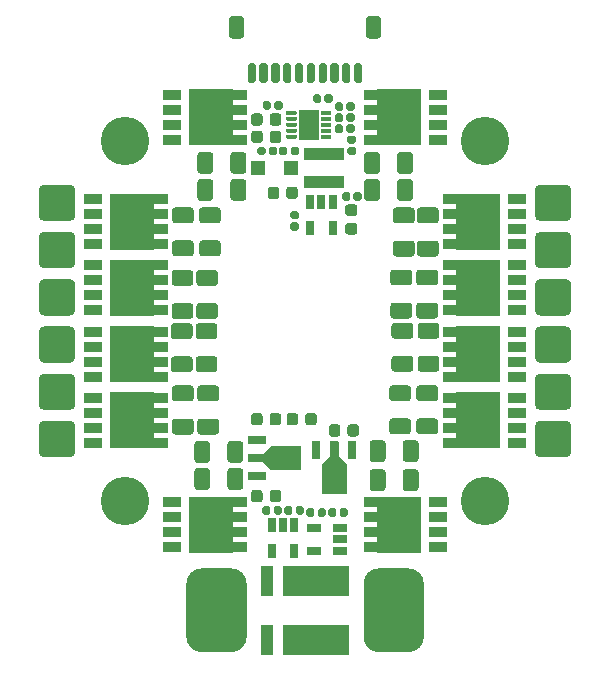
<source format=gbr>
%TF.GenerationSoftware,KiCad,Pcbnew,(5.1.6-0-10_14)*%
%TF.CreationDate,2021-04-11T14:49:43-04:00*%
%TF.ProjectId,F051_ESC-4in1-V2,46303531-5f45-4534-932d-34696e312d56,rev?*%
%TF.SameCoordinates,Original*%
%TF.FileFunction,Soldermask,Top*%
%TF.FilePolarity,Negative*%
%FSLAX46Y46*%
G04 Gerber Fmt 4.6, Leading zero omitted, Abs format (unit mm)*
G04 Created by KiCad (PCBNEW (5.1.6-0-10_14)) date 2021-04-11 14:49:43*
%MOMM*%
%LPD*%
G01*
G04 APERTURE LIST*
%ADD10C,0.100000*%
%ADD11R,1.501600X0.671600*%
%ADD12R,0.671600X1.501600*%
%ADD13R,0.991600X2.541600*%
%ADD14R,5.701600X2.541600*%
%ADD15R,3.501600X1.081600*%
%ADD16R,1.551600X0.951600*%
%ADD17R,1.151600X0.951600*%
%ADD18R,3.851600X4.801600*%
%ADD19R,1.801600X2.601600*%
%ADD20R,1.161600X0.751600*%
%ADD21R,0.751600X1.161600*%
%ADD22R,1.201600X1.201600*%
%ADD23C,4.101600*%
G04 APERTURE END LIST*
%TO.C,J2*%
G36*
G01*
X134840800Y-62964932D02*
X134840800Y-64325068D01*
G75*
G02*
X134570068Y-64595800I-270732J0D01*
G01*
X133809932Y-64595800D01*
G75*
G02*
X133539200Y-64325068I0J270732D01*
G01*
X133539200Y-62964932D01*
G75*
G02*
X133809932Y-62694200I270732J0D01*
G01*
X134570068Y-62694200D01*
G75*
G02*
X134840800Y-62964932I0J-270732D01*
G01*
G37*
G36*
G01*
X146440800Y-62964932D02*
X146440800Y-64325068D01*
G75*
G02*
X146170068Y-64595800I-270732J0D01*
G01*
X145409932Y-64595800D01*
G75*
G02*
X145139200Y-64325068I0J270732D01*
G01*
X145139200Y-62964932D01*
G75*
G02*
X145409932Y-62694200I270732J0D01*
G01*
X146170068Y-62694200D01*
G75*
G02*
X146440800Y-62964932I0J-270732D01*
G01*
G37*
G36*
G01*
X135840800Y-66869600D02*
X135840800Y-68170400D01*
G75*
G02*
X135665400Y-68345800I-175400J0D01*
G01*
X135314600Y-68345800D01*
G75*
G02*
X135139200Y-68170400I0J175400D01*
G01*
X135139200Y-66869600D01*
G75*
G02*
X135314600Y-66694200I175400J0D01*
G01*
X135665400Y-66694200D01*
G75*
G02*
X135840800Y-66869600I0J-175400D01*
G01*
G37*
G36*
G01*
X136840800Y-66869600D02*
X136840800Y-68170400D01*
G75*
G02*
X136665400Y-68345800I-175400J0D01*
G01*
X136314600Y-68345800D01*
G75*
G02*
X136139200Y-68170400I0J175400D01*
G01*
X136139200Y-66869600D01*
G75*
G02*
X136314600Y-66694200I175400J0D01*
G01*
X136665400Y-66694200D01*
G75*
G02*
X136840800Y-66869600I0J-175400D01*
G01*
G37*
G36*
G01*
X137840800Y-66869600D02*
X137840800Y-68170400D01*
G75*
G02*
X137665400Y-68345800I-175400J0D01*
G01*
X137314600Y-68345800D01*
G75*
G02*
X137139200Y-68170400I0J175400D01*
G01*
X137139200Y-66869600D01*
G75*
G02*
X137314600Y-66694200I175400J0D01*
G01*
X137665400Y-66694200D01*
G75*
G02*
X137840800Y-66869600I0J-175400D01*
G01*
G37*
G36*
G01*
X138840800Y-66869600D02*
X138840800Y-68170400D01*
G75*
G02*
X138665400Y-68345800I-175400J0D01*
G01*
X138314600Y-68345800D01*
G75*
G02*
X138139200Y-68170400I0J175400D01*
G01*
X138139200Y-66869600D01*
G75*
G02*
X138314600Y-66694200I175400J0D01*
G01*
X138665400Y-66694200D01*
G75*
G02*
X138840800Y-66869600I0J-175400D01*
G01*
G37*
G36*
G01*
X139840800Y-66869600D02*
X139840800Y-68170400D01*
G75*
G02*
X139665400Y-68345800I-175400J0D01*
G01*
X139314600Y-68345800D01*
G75*
G02*
X139139200Y-68170400I0J175400D01*
G01*
X139139200Y-66869600D01*
G75*
G02*
X139314600Y-66694200I175400J0D01*
G01*
X139665400Y-66694200D01*
G75*
G02*
X139840800Y-66869600I0J-175400D01*
G01*
G37*
G36*
G01*
X140840800Y-66869600D02*
X140840800Y-68170400D01*
G75*
G02*
X140665400Y-68345800I-175400J0D01*
G01*
X140314600Y-68345800D01*
G75*
G02*
X140139200Y-68170400I0J175400D01*
G01*
X140139200Y-66869600D01*
G75*
G02*
X140314600Y-66694200I175400J0D01*
G01*
X140665400Y-66694200D01*
G75*
G02*
X140840800Y-66869600I0J-175400D01*
G01*
G37*
G36*
G01*
X141840800Y-66869600D02*
X141840800Y-68170400D01*
G75*
G02*
X141665400Y-68345800I-175400J0D01*
G01*
X141314600Y-68345800D01*
G75*
G02*
X141139200Y-68170400I0J175400D01*
G01*
X141139200Y-66869600D01*
G75*
G02*
X141314600Y-66694200I175400J0D01*
G01*
X141665400Y-66694200D01*
G75*
G02*
X141840800Y-66869600I0J-175400D01*
G01*
G37*
G36*
G01*
X142840800Y-66869600D02*
X142840800Y-68170400D01*
G75*
G02*
X142665400Y-68345800I-175400J0D01*
G01*
X142314600Y-68345800D01*
G75*
G02*
X142139200Y-68170400I0J175400D01*
G01*
X142139200Y-66869600D01*
G75*
G02*
X142314600Y-66694200I175400J0D01*
G01*
X142665400Y-66694200D01*
G75*
G02*
X142840800Y-66869600I0J-175400D01*
G01*
G37*
G36*
G01*
X143840800Y-66869600D02*
X143840800Y-68170400D01*
G75*
G02*
X143665400Y-68345800I-175400J0D01*
G01*
X143314600Y-68345800D01*
G75*
G02*
X143139200Y-68170400I0J175400D01*
G01*
X143139200Y-66869600D01*
G75*
G02*
X143314600Y-66694200I175400J0D01*
G01*
X143665400Y-66694200D01*
G75*
G02*
X143840800Y-66869600I0J-175400D01*
G01*
G37*
G36*
G01*
X144840800Y-66869600D02*
X144840800Y-68170400D01*
G75*
G02*
X144665400Y-68345800I-175400J0D01*
G01*
X144314600Y-68345800D01*
G75*
G02*
X144139200Y-68170400I0J175400D01*
G01*
X144139200Y-66869600D01*
G75*
G02*
X144314600Y-66694200I175400J0D01*
G01*
X144665400Y-66694200D01*
G75*
G02*
X144840800Y-66869600I0J-175400D01*
G01*
G37*
%TD*%
%TO.C,J10*%
G36*
G01*
X120085560Y-80050800D02*
X117914440Y-80050800D01*
G75*
G02*
X117449200Y-79585560I0J465240D01*
G01*
X117449200Y-77414440D01*
G75*
G02*
X117914440Y-76949200I465240J0D01*
G01*
X120085560Y-76949200D01*
G75*
G02*
X120550800Y-77414440I0J-465240D01*
G01*
X120550800Y-79585560D01*
G75*
G02*
X120085560Y-80050800I-465240J0D01*
G01*
G37*
G36*
G01*
X120085560Y-84050800D02*
X117914440Y-84050800D01*
G75*
G02*
X117449200Y-83585560I0J465240D01*
G01*
X117449200Y-81414440D01*
G75*
G02*
X117914440Y-80949200I465240J0D01*
G01*
X120085560Y-80949200D01*
G75*
G02*
X120550800Y-81414440I0J-465240D01*
G01*
X120550800Y-83585560D01*
G75*
G02*
X120085560Y-84050800I-465240J0D01*
G01*
G37*
G36*
G01*
X120085560Y-88050800D02*
X117914440Y-88050800D01*
G75*
G02*
X117449200Y-87585560I0J465240D01*
G01*
X117449200Y-85414440D01*
G75*
G02*
X117914440Y-84949200I465240J0D01*
G01*
X120085560Y-84949200D01*
G75*
G02*
X120550800Y-85414440I0J-465240D01*
G01*
X120550800Y-87585560D01*
G75*
G02*
X120085560Y-88050800I-465240J0D01*
G01*
G37*
%TD*%
%TO.C,J6*%
G36*
G01*
X159914440Y-96949200D02*
X162085560Y-96949200D01*
G75*
G02*
X162550800Y-97414440I0J-465240D01*
G01*
X162550800Y-99585560D01*
G75*
G02*
X162085560Y-100050800I-465240J0D01*
G01*
X159914440Y-100050800D01*
G75*
G02*
X159449200Y-99585560I0J465240D01*
G01*
X159449200Y-97414440D01*
G75*
G02*
X159914440Y-96949200I465240J0D01*
G01*
G37*
G36*
G01*
X159914440Y-92949200D02*
X162085560Y-92949200D01*
G75*
G02*
X162550800Y-93414440I0J-465240D01*
G01*
X162550800Y-95585560D01*
G75*
G02*
X162085560Y-96050800I-465240J0D01*
G01*
X159914440Y-96050800D01*
G75*
G02*
X159449200Y-95585560I0J465240D01*
G01*
X159449200Y-93414440D01*
G75*
G02*
X159914440Y-92949200I465240J0D01*
G01*
G37*
G36*
G01*
X159914440Y-88949200D02*
X162085560Y-88949200D01*
G75*
G02*
X162550800Y-89414440I0J-465240D01*
G01*
X162550800Y-91585560D01*
G75*
G02*
X162085560Y-92050800I-465240J0D01*
G01*
X159914440Y-92050800D01*
G75*
G02*
X159449200Y-91585560I0J465240D01*
G01*
X159449200Y-89414440D01*
G75*
G02*
X159914440Y-88949200I465240J0D01*
G01*
G37*
%TD*%
D10*
%TO.C,U13*%
G36*
X139619824Y-101109911D02*
G01*
X139616933Y-101119440D01*
X139612239Y-101128223D01*
X139605921Y-101135921D01*
X139598223Y-101142239D01*
X139589440Y-101146933D01*
X139579911Y-101149824D01*
X139570000Y-101150800D01*
X137120000Y-101150800D01*
X137110089Y-101149824D01*
X137100560Y-101146933D01*
X137091777Y-101142239D01*
X137084079Y-101135921D01*
X136423958Y-100475800D01*
X135220000Y-100475800D01*
X135210089Y-100474824D01*
X135200560Y-100471933D01*
X135191777Y-100467239D01*
X135184079Y-100460921D01*
X135177761Y-100453223D01*
X135173067Y-100444440D01*
X135170176Y-100434911D01*
X135169200Y-100425000D01*
X135169200Y-99775000D01*
X135170176Y-99765089D01*
X135173067Y-99755560D01*
X135177761Y-99746777D01*
X135184079Y-99739079D01*
X135191777Y-99732761D01*
X135200560Y-99728067D01*
X135210089Y-99725176D01*
X135220000Y-99724200D01*
X136433736Y-99724200D01*
X137083812Y-99064348D01*
X137091463Y-99057973D01*
X137100210Y-99053213D01*
X137109718Y-99050251D01*
X137120000Y-99049200D01*
X139570000Y-99049200D01*
X139579911Y-99050176D01*
X139589440Y-99053067D01*
X139598223Y-99057761D01*
X139605921Y-99064079D01*
X139612239Y-99071777D01*
X139616933Y-99080560D01*
X139619824Y-99090089D01*
X139620800Y-99100000D01*
X139620800Y-101100000D01*
X139619824Y-101109911D01*
G37*
D11*
X135920000Y-101595000D03*
X135920000Y-98605000D03*
%TD*%
D10*
%TO.C,U3*%
G36*
X141450089Y-103149824D02*
G01*
X141440560Y-103146933D01*
X141431777Y-103142239D01*
X141424079Y-103135921D01*
X141417761Y-103128223D01*
X141413067Y-103119440D01*
X141410176Y-103109911D01*
X141409200Y-103100000D01*
X141409200Y-100650000D01*
X141410176Y-100640089D01*
X141413067Y-100630560D01*
X141417761Y-100621777D01*
X141424079Y-100614079D01*
X142084200Y-99953958D01*
X142084200Y-98750000D01*
X142085176Y-98740089D01*
X142088067Y-98730560D01*
X142092761Y-98721777D01*
X142099079Y-98714079D01*
X142106777Y-98707761D01*
X142115560Y-98703067D01*
X142125089Y-98700176D01*
X142135000Y-98699200D01*
X142785000Y-98699200D01*
X142794911Y-98700176D01*
X142804440Y-98703067D01*
X142813223Y-98707761D01*
X142820921Y-98714079D01*
X142827239Y-98721777D01*
X142831933Y-98730560D01*
X142834824Y-98740089D01*
X142835800Y-98750000D01*
X142835800Y-99963736D01*
X143495652Y-100613812D01*
X143502027Y-100621463D01*
X143506787Y-100630210D01*
X143509749Y-100639718D01*
X143510800Y-100650000D01*
X143510800Y-103100000D01*
X143509824Y-103109911D01*
X143506933Y-103119440D01*
X143502239Y-103128223D01*
X143495921Y-103135921D01*
X143488223Y-103142239D01*
X143479440Y-103146933D01*
X143469911Y-103149824D01*
X143460000Y-103150800D01*
X141460000Y-103150800D01*
X141450089Y-103149824D01*
G37*
D12*
X140965000Y-99450000D03*
X143955000Y-99450000D03*
%TD*%
D13*
%TO.C,R1*%
X136750000Y-110520000D03*
X136750000Y-115480000D03*
D14*
X140890000Y-110520000D03*
X140890000Y-115480000D03*
%TD*%
D15*
%TO.C,L1*%
X141580000Y-76725000D03*
X141580000Y-74355000D03*
%TD*%
%TO.C,C55*%
G36*
G01*
X132225800Y-74464520D02*
X132225800Y-75775480D01*
G75*
G02*
X131955480Y-76045800I-270320J0D01*
G01*
X131144520Y-76045800D01*
G75*
G02*
X130874200Y-75775480I0J270320D01*
G01*
X130874200Y-74464520D01*
G75*
G02*
X131144520Y-74194200I270320J0D01*
G01*
X131955480Y-74194200D01*
G75*
G02*
X132225800Y-74464520I0J-270320D01*
G01*
G37*
G36*
G01*
X135025800Y-74464520D02*
X135025800Y-75775480D01*
G75*
G02*
X134755480Y-76045800I-270320J0D01*
G01*
X133944520Y-76045800D01*
G75*
G02*
X133674200Y-75775480I0J270320D01*
G01*
X133674200Y-74464520D01*
G75*
G02*
X133944520Y-74194200I270320J0D01*
G01*
X134755480Y-74194200D01*
G75*
G02*
X135025800Y-74464520I0J-270320D01*
G01*
G37*
%TD*%
%TO.C,C67*%
G36*
G01*
X128994520Y-96764200D02*
X130305480Y-96764200D01*
G75*
G02*
X130575800Y-97034520I0J-270320D01*
G01*
X130575800Y-97845480D01*
G75*
G02*
X130305480Y-98115800I-270320J0D01*
G01*
X128994520Y-98115800D01*
G75*
G02*
X128724200Y-97845480I0J270320D01*
G01*
X128724200Y-97034520D01*
G75*
G02*
X128994520Y-96764200I270320J0D01*
G01*
G37*
G36*
G01*
X128994520Y-93964200D02*
X130305480Y-93964200D01*
G75*
G02*
X130575800Y-94234520I0J-270320D01*
G01*
X130575800Y-95045480D01*
G75*
G02*
X130305480Y-95315800I-270320J0D01*
G01*
X128994520Y-95315800D01*
G75*
G02*
X128724200Y-95045480I0J270320D01*
G01*
X128724200Y-94234520D01*
G75*
G02*
X128994520Y-93964200I270320J0D01*
G01*
G37*
%TD*%
%TO.C,C66*%
G36*
G01*
X147494520Y-86944200D02*
X148805480Y-86944200D01*
G75*
G02*
X149075800Y-87214520I0J-270320D01*
G01*
X149075800Y-88025480D01*
G75*
G02*
X148805480Y-88295800I-270320J0D01*
G01*
X147494520Y-88295800D01*
G75*
G02*
X147224200Y-88025480I0J270320D01*
G01*
X147224200Y-87214520D01*
G75*
G02*
X147494520Y-86944200I270320J0D01*
G01*
G37*
G36*
G01*
X147494520Y-84144200D02*
X148805480Y-84144200D01*
G75*
G02*
X149075800Y-84414520I0J-270320D01*
G01*
X149075800Y-85225480D01*
G75*
G02*
X148805480Y-85495800I-270320J0D01*
G01*
X147494520Y-85495800D01*
G75*
G02*
X147224200Y-85225480I0J270320D01*
G01*
X147224200Y-84414520D01*
G75*
G02*
X147494520Y-84144200I270320J0D01*
G01*
G37*
%TD*%
%TO.C,C65*%
G36*
G01*
X149005480Y-80245800D02*
X147694520Y-80245800D01*
G75*
G02*
X147424200Y-79975480I0J270320D01*
G01*
X147424200Y-79164520D01*
G75*
G02*
X147694520Y-78894200I270320J0D01*
G01*
X149005480Y-78894200D01*
G75*
G02*
X149275800Y-79164520I0J-270320D01*
G01*
X149275800Y-79975480D01*
G75*
G02*
X149005480Y-80245800I-270320J0D01*
G01*
G37*
G36*
G01*
X149005480Y-83045800D02*
X147694520Y-83045800D01*
G75*
G02*
X147424200Y-82775480I0J270320D01*
G01*
X147424200Y-81964520D01*
G75*
G02*
X147694520Y-81694200I270320J0D01*
G01*
X149005480Y-81694200D01*
G75*
G02*
X149275800Y-81964520I0J-270320D01*
G01*
X149275800Y-82775480D01*
G75*
G02*
X149005480Y-83045800I-270320J0D01*
G01*
G37*
%TD*%
%TO.C,C64*%
G36*
G01*
X131134520Y-96764200D02*
X132445480Y-96764200D01*
G75*
G02*
X132715800Y-97034520I0J-270320D01*
G01*
X132715800Y-97845480D01*
G75*
G02*
X132445480Y-98115800I-270320J0D01*
G01*
X131134520Y-98115800D01*
G75*
G02*
X130864200Y-97845480I0J270320D01*
G01*
X130864200Y-97034520D01*
G75*
G02*
X131134520Y-96764200I270320J0D01*
G01*
G37*
G36*
G01*
X131134520Y-93964200D02*
X132445480Y-93964200D01*
G75*
G02*
X132715800Y-94234520I0J-270320D01*
G01*
X132715800Y-95045480D01*
G75*
G02*
X132445480Y-95315800I-270320J0D01*
G01*
X131134520Y-95315800D01*
G75*
G02*
X130864200Y-95045480I0J270320D01*
G01*
X130864200Y-94234520D01*
G75*
G02*
X131134520Y-93964200I270320J0D01*
G01*
G37*
%TD*%
%TO.C,C63*%
G36*
G01*
X132305480Y-90045800D02*
X130994520Y-90045800D01*
G75*
G02*
X130724200Y-89775480I0J270320D01*
G01*
X130724200Y-88964520D01*
G75*
G02*
X130994520Y-88694200I270320J0D01*
G01*
X132305480Y-88694200D01*
G75*
G02*
X132575800Y-88964520I0J-270320D01*
G01*
X132575800Y-89775480D01*
G75*
G02*
X132305480Y-90045800I-270320J0D01*
G01*
G37*
G36*
G01*
X132305480Y-92845800D02*
X130994520Y-92845800D01*
G75*
G02*
X130724200Y-92575480I0J270320D01*
G01*
X130724200Y-91764520D01*
G75*
G02*
X130994520Y-91494200I270320J0D01*
G01*
X132305480Y-91494200D01*
G75*
G02*
X132575800Y-91764520I0J-270320D01*
G01*
X132575800Y-92575480D01*
G75*
G02*
X132305480Y-92845800I-270320J0D01*
G01*
G37*
%TD*%
%TO.C,C62*%
G36*
G01*
X149684520Y-96744200D02*
X150995480Y-96744200D01*
G75*
G02*
X151265800Y-97014520I0J-270320D01*
G01*
X151265800Y-97825480D01*
G75*
G02*
X150995480Y-98095800I-270320J0D01*
G01*
X149684520Y-98095800D01*
G75*
G02*
X149414200Y-97825480I0J270320D01*
G01*
X149414200Y-97014520D01*
G75*
G02*
X149684520Y-96744200I270320J0D01*
G01*
G37*
G36*
G01*
X149684520Y-93944200D02*
X150995480Y-93944200D01*
G75*
G02*
X151265800Y-94214520I0J-270320D01*
G01*
X151265800Y-95025480D01*
G75*
G02*
X150995480Y-95295800I-270320J0D01*
G01*
X149684520Y-95295800D01*
G75*
G02*
X149414200Y-95025480I0J270320D01*
G01*
X149414200Y-94214520D01*
G75*
G02*
X149684520Y-93944200I270320J0D01*
G01*
G37*
%TD*%
%TO.C,C61*%
G36*
G01*
X131965800Y-101224520D02*
X131965800Y-102535480D01*
G75*
G02*
X131695480Y-102805800I-270320J0D01*
G01*
X130884520Y-102805800D01*
G75*
G02*
X130614200Y-102535480I0J270320D01*
G01*
X130614200Y-101224520D01*
G75*
G02*
X130884520Y-100954200I270320J0D01*
G01*
X131695480Y-100954200D01*
G75*
G02*
X131965800Y-101224520I0J-270320D01*
G01*
G37*
G36*
G01*
X134765800Y-101224520D02*
X134765800Y-102535480D01*
G75*
G02*
X134495480Y-102805800I-270320J0D01*
G01*
X133684520Y-102805800D01*
G75*
G02*
X133414200Y-102535480I0J270320D01*
G01*
X133414200Y-101224520D01*
G75*
G02*
X133684520Y-100954200I270320J0D01*
G01*
X134495480Y-100954200D01*
G75*
G02*
X134765800Y-101224520I0J-270320D01*
G01*
G37*
%TD*%
%TO.C,C60*%
G36*
G01*
X148264200Y-102635480D02*
X148264200Y-101324520D01*
G75*
G02*
X148534520Y-101054200I270320J0D01*
G01*
X149345480Y-101054200D01*
G75*
G02*
X149615800Y-101324520I0J-270320D01*
G01*
X149615800Y-102635480D01*
G75*
G02*
X149345480Y-102905800I-270320J0D01*
G01*
X148534520Y-102905800D01*
G75*
G02*
X148264200Y-102635480I0J270320D01*
G01*
G37*
G36*
G01*
X145464200Y-102635480D02*
X145464200Y-101324520D01*
G75*
G02*
X145734520Y-101054200I270320J0D01*
G01*
X146545480Y-101054200D01*
G75*
G02*
X146815800Y-101324520I0J-270320D01*
G01*
X146815800Y-102635480D01*
G75*
G02*
X146545480Y-102905800I-270320J0D01*
G01*
X145734520Y-102905800D01*
G75*
G02*
X145464200Y-102635480I0J270320D01*
G01*
G37*
%TD*%
%TO.C,C59*%
G36*
G01*
X132605480Y-80235800D02*
X131294520Y-80235800D01*
G75*
G02*
X131024200Y-79965480I0J270320D01*
G01*
X131024200Y-79154520D01*
G75*
G02*
X131294520Y-78884200I270320J0D01*
G01*
X132605480Y-78884200D01*
G75*
G02*
X132875800Y-79154520I0J-270320D01*
G01*
X132875800Y-79965480D01*
G75*
G02*
X132605480Y-80235800I-270320J0D01*
G01*
G37*
G36*
G01*
X132605480Y-83035800D02*
X131294520Y-83035800D01*
G75*
G02*
X131024200Y-82765480I0J270320D01*
G01*
X131024200Y-81954520D01*
G75*
G02*
X131294520Y-81684200I270320J0D01*
G01*
X132605480Y-81684200D01*
G75*
G02*
X132875800Y-81954520I0J-270320D01*
G01*
X132875800Y-82765480D01*
G75*
G02*
X132605480Y-83035800I-270320J0D01*
G01*
G37*
%TD*%
%TO.C,C58*%
G36*
G01*
X148264200Y-100175480D02*
X148264200Y-98864520D01*
G75*
G02*
X148534520Y-98594200I270320J0D01*
G01*
X149345480Y-98594200D01*
G75*
G02*
X149615800Y-98864520I0J-270320D01*
G01*
X149615800Y-100175480D01*
G75*
G02*
X149345480Y-100445800I-270320J0D01*
G01*
X148534520Y-100445800D01*
G75*
G02*
X148264200Y-100175480I0J270320D01*
G01*
G37*
G36*
G01*
X145464200Y-100175480D02*
X145464200Y-98864520D01*
G75*
G02*
X145734520Y-98594200I270320J0D01*
G01*
X146545480Y-98594200D01*
G75*
G02*
X146815800Y-98864520I0J-270320D01*
G01*
X146815800Y-100175480D01*
G75*
G02*
X146545480Y-100445800I-270320J0D01*
G01*
X145734520Y-100445800D01*
G75*
G02*
X145464200Y-100175480I0J270320D01*
G01*
G37*
%TD*%
%TO.C,C57*%
G36*
G01*
X130315480Y-80235800D02*
X129004520Y-80235800D01*
G75*
G02*
X128734200Y-79965480I0J270320D01*
G01*
X128734200Y-79154520D01*
G75*
G02*
X129004520Y-78884200I270320J0D01*
G01*
X130315480Y-78884200D01*
G75*
G02*
X130585800Y-79154520I0J-270320D01*
G01*
X130585800Y-79965480D01*
G75*
G02*
X130315480Y-80235800I-270320J0D01*
G01*
G37*
G36*
G01*
X130315480Y-83035800D02*
X129004520Y-83035800D01*
G75*
G02*
X128734200Y-82765480I0J270320D01*
G01*
X128734200Y-81954520D01*
G75*
G02*
X129004520Y-81684200I270320J0D01*
G01*
X130315480Y-81684200D01*
G75*
G02*
X130585800Y-81954520I0J-270320D01*
G01*
X130585800Y-82765480D01*
G75*
G02*
X130315480Y-83035800I-270320J0D01*
G01*
G37*
%TD*%
%TO.C,C56*%
G36*
G01*
X130215480Y-90045800D02*
X128904520Y-90045800D01*
G75*
G02*
X128634200Y-89775480I0J270320D01*
G01*
X128634200Y-88964520D01*
G75*
G02*
X128904520Y-88694200I270320J0D01*
G01*
X130215480Y-88694200D01*
G75*
G02*
X130485800Y-88964520I0J-270320D01*
G01*
X130485800Y-89775480D01*
G75*
G02*
X130215480Y-90045800I-270320J0D01*
G01*
G37*
G36*
G01*
X130215480Y-92845800D02*
X128904520Y-92845800D01*
G75*
G02*
X128634200Y-92575480I0J270320D01*
G01*
X128634200Y-91764520D01*
G75*
G02*
X128904520Y-91494200I270320J0D01*
G01*
X130215480Y-91494200D01*
G75*
G02*
X130485800Y-91764520I0J-270320D01*
G01*
X130485800Y-92575480D01*
G75*
G02*
X130215480Y-92845800I-270320J0D01*
G01*
G37*
%TD*%
%TO.C,C54*%
G36*
G01*
X128964520Y-86984200D02*
X130275480Y-86984200D01*
G75*
G02*
X130545800Y-87254520I0J-270320D01*
G01*
X130545800Y-88065480D01*
G75*
G02*
X130275480Y-88335800I-270320J0D01*
G01*
X128964520Y-88335800D01*
G75*
G02*
X128694200Y-88065480I0J270320D01*
G01*
X128694200Y-87254520D01*
G75*
G02*
X128964520Y-86984200I270320J0D01*
G01*
G37*
G36*
G01*
X128964520Y-84184200D02*
X130275480Y-84184200D01*
G75*
G02*
X130545800Y-84454520I0J-270320D01*
G01*
X130545800Y-85265480D01*
G75*
G02*
X130275480Y-85535800I-270320J0D01*
G01*
X128964520Y-85535800D01*
G75*
G02*
X128694200Y-85265480I0J270320D01*
G01*
X128694200Y-84454520D01*
G75*
G02*
X128964520Y-84184200I270320J0D01*
G01*
G37*
%TD*%
%TO.C,C53*%
G36*
G01*
X131965800Y-98934520D02*
X131965800Y-100245480D01*
G75*
G02*
X131695480Y-100515800I-270320J0D01*
G01*
X130884520Y-100515800D01*
G75*
G02*
X130614200Y-100245480I0J270320D01*
G01*
X130614200Y-98934520D01*
G75*
G02*
X130884520Y-98664200I270320J0D01*
G01*
X131695480Y-98664200D01*
G75*
G02*
X131965800Y-98934520I0J-270320D01*
G01*
G37*
G36*
G01*
X134765800Y-98934520D02*
X134765800Y-100245480D01*
G75*
G02*
X134495480Y-100515800I-270320J0D01*
G01*
X133684520Y-100515800D01*
G75*
G02*
X133414200Y-100245480I0J270320D01*
G01*
X133414200Y-98934520D01*
G75*
G02*
X133684520Y-98664200I270320J0D01*
G01*
X134495480Y-98664200D01*
G75*
G02*
X134765800Y-98934520I0J-270320D01*
G01*
G37*
%TD*%
%TO.C,C52*%
G36*
G01*
X132225800Y-76754520D02*
X132225800Y-78065480D01*
G75*
G02*
X131955480Y-78335800I-270320J0D01*
G01*
X131144520Y-78335800D01*
G75*
G02*
X130874200Y-78065480I0J270320D01*
G01*
X130874200Y-76754520D01*
G75*
G02*
X131144520Y-76484200I270320J0D01*
G01*
X131955480Y-76484200D01*
G75*
G02*
X132225800Y-76754520I0J-270320D01*
G01*
G37*
G36*
G01*
X135025800Y-76754520D02*
X135025800Y-78065480D01*
G75*
G02*
X134755480Y-78335800I-270320J0D01*
G01*
X133944520Y-78335800D01*
G75*
G02*
X133674200Y-78065480I0J270320D01*
G01*
X133674200Y-76754520D01*
G75*
G02*
X133944520Y-76484200I270320J0D01*
G01*
X134755480Y-76484200D01*
G75*
G02*
X135025800Y-76754520I0J-270320D01*
G01*
G37*
%TD*%
%TO.C,C51*%
G36*
G01*
X147394520Y-96744200D02*
X148705480Y-96744200D01*
G75*
G02*
X148975800Y-97014520I0J-270320D01*
G01*
X148975800Y-97825480D01*
G75*
G02*
X148705480Y-98095800I-270320J0D01*
G01*
X147394520Y-98095800D01*
G75*
G02*
X147124200Y-97825480I0J270320D01*
G01*
X147124200Y-97014520D01*
G75*
G02*
X147394520Y-96744200I270320J0D01*
G01*
G37*
G36*
G01*
X147394520Y-93944200D02*
X148705480Y-93944200D01*
G75*
G02*
X148975800Y-94214520I0J-270320D01*
G01*
X148975800Y-95025480D01*
G75*
G02*
X148705480Y-95295800I-270320J0D01*
G01*
X147394520Y-95295800D01*
G75*
G02*
X147124200Y-95025480I0J270320D01*
G01*
X147124200Y-94214520D01*
G75*
G02*
X147394520Y-93944200I270320J0D01*
G01*
G37*
%TD*%
%TO.C,C50*%
G36*
G01*
X131054520Y-86984200D02*
X132365480Y-86984200D01*
G75*
G02*
X132635800Y-87254520I0J-270320D01*
G01*
X132635800Y-88065480D01*
G75*
G02*
X132365480Y-88335800I-270320J0D01*
G01*
X131054520Y-88335800D01*
G75*
G02*
X130784200Y-88065480I0J270320D01*
G01*
X130784200Y-87254520D01*
G75*
G02*
X131054520Y-86984200I270320J0D01*
G01*
G37*
G36*
G01*
X131054520Y-84184200D02*
X132365480Y-84184200D01*
G75*
G02*
X132635800Y-84454520I0J-270320D01*
G01*
X132635800Y-85265480D01*
G75*
G02*
X132365480Y-85535800I-270320J0D01*
G01*
X131054520Y-85535800D01*
G75*
G02*
X130784200Y-85265480I0J270320D01*
G01*
X130784200Y-84454520D01*
G75*
G02*
X131054520Y-84184200I270320J0D01*
G01*
G37*
%TD*%
%TO.C,C21*%
G36*
G01*
X149684520Y-86944200D02*
X150995480Y-86944200D01*
G75*
G02*
X151265800Y-87214520I0J-270320D01*
G01*
X151265800Y-88025480D01*
G75*
G02*
X150995480Y-88295800I-270320J0D01*
G01*
X149684520Y-88295800D01*
G75*
G02*
X149414200Y-88025480I0J270320D01*
G01*
X149414200Y-87214520D01*
G75*
G02*
X149684520Y-86944200I270320J0D01*
G01*
G37*
G36*
G01*
X149684520Y-84144200D02*
X150995480Y-84144200D01*
G75*
G02*
X151265800Y-84414520I0J-270320D01*
G01*
X151265800Y-85225480D01*
G75*
G02*
X150995480Y-85495800I-270320J0D01*
G01*
X149684520Y-85495800D01*
G75*
G02*
X149414200Y-85225480I0J270320D01*
G01*
X149414200Y-84414520D01*
G75*
G02*
X149684520Y-84144200I270320J0D01*
G01*
G37*
%TD*%
%TO.C,C20*%
G36*
G01*
X147784200Y-78065480D02*
X147784200Y-76754520D01*
G75*
G02*
X148054520Y-76484200I270320J0D01*
G01*
X148865480Y-76484200D01*
G75*
G02*
X149135800Y-76754520I0J-270320D01*
G01*
X149135800Y-78065480D01*
G75*
G02*
X148865480Y-78335800I-270320J0D01*
G01*
X148054520Y-78335800D01*
G75*
G02*
X147784200Y-78065480I0J270320D01*
G01*
G37*
G36*
G01*
X144984200Y-78065480D02*
X144984200Y-76754520D01*
G75*
G02*
X145254520Y-76484200I270320J0D01*
G01*
X146065480Y-76484200D01*
G75*
G02*
X146335800Y-76754520I0J-270320D01*
G01*
X146335800Y-78065480D01*
G75*
G02*
X146065480Y-78335800I-270320J0D01*
G01*
X145254520Y-78335800D01*
G75*
G02*
X144984200Y-78065480I0J270320D01*
G01*
G37*
%TD*%
%TO.C,C19*%
G36*
G01*
X151105480Y-90005800D02*
X149794520Y-90005800D01*
G75*
G02*
X149524200Y-89735480I0J270320D01*
G01*
X149524200Y-88924520D01*
G75*
G02*
X149794520Y-88654200I270320J0D01*
G01*
X151105480Y-88654200D01*
G75*
G02*
X151375800Y-88924520I0J-270320D01*
G01*
X151375800Y-89735480D01*
G75*
G02*
X151105480Y-90005800I-270320J0D01*
G01*
G37*
G36*
G01*
X151105480Y-92805800D02*
X149794520Y-92805800D01*
G75*
G02*
X149524200Y-92535480I0J270320D01*
G01*
X149524200Y-91724520D01*
G75*
G02*
X149794520Y-91454200I270320J0D01*
G01*
X151105480Y-91454200D01*
G75*
G02*
X151375800Y-91724520I0J-270320D01*
G01*
X151375800Y-92535480D01*
G75*
G02*
X151105480Y-92805800I-270320J0D01*
G01*
G37*
%TD*%
%TO.C,C18*%
G36*
G01*
X151045480Y-80245800D02*
X149734520Y-80245800D01*
G75*
G02*
X149464200Y-79975480I0J270320D01*
G01*
X149464200Y-79164520D01*
G75*
G02*
X149734520Y-78894200I270320J0D01*
G01*
X151045480Y-78894200D01*
G75*
G02*
X151315800Y-79164520I0J-270320D01*
G01*
X151315800Y-79975480D01*
G75*
G02*
X151045480Y-80245800I-270320J0D01*
G01*
G37*
G36*
G01*
X151045480Y-83045800D02*
X149734520Y-83045800D01*
G75*
G02*
X149464200Y-82775480I0J270320D01*
G01*
X149464200Y-81964520D01*
G75*
G02*
X149734520Y-81694200I270320J0D01*
G01*
X151045480Y-81694200D01*
G75*
G02*
X151315800Y-81964520I0J-270320D01*
G01*
X151315800Y-82775480D01*
G75*
G02*
X151045480Y-83045800I-270320J0D01*
G01*
G37*
%TD*%
%TO.C,C17*%
G36*
G01*
X147784200Y-75775480D02*
X147784200Y-74464520D01*
G75*
G02*
X148054520Y-74194200I270320J0D01*
G01*
X148865480Y-74194200D01*
G75*
G02*
X149135800Y-74464520I0J-270320D01*
G01*
X149135800Y-75775480D01*
G75*
G02*
X148865480Y-76045800I-270320J0D01*
G01*
X148054520Y-76045800D01*
G75*
G02*
X147784200Y-75775480I0J270320D01*
G01*
G37*
G36*
G01*
X144984200Y-75775480D02*
X144984200Y-74464520D01*
G75*
G02*
X145254520Y-74194200I270320J0D01*
G01*
X146065480Y-74194200D01*
G75*
G02*
X146335800Y-74464520I0J-270320D01*
G01*
X146335800Y-75775480D01*
G75*
G02*
X146065480Y-76045800I-270320J0D01*
G01*
X145254520Y-76045800D01*
G75*
G02*
X144984200Y-75775480I0J270320D01*
G01*
G37*
%TD*%
%TO.C,C16*%
G36*
G01*
X148895480Y-90005800D02*
X147584520Y-90005800D01*
G75*
G02*
X147314200Y-89735480I0J270320D01*
G01*
X147314200Y-88924520D01*
G75*
G02*
X147584520Y-88654200I270320J0D01*
G01*
X148895480Y-88654200D01*
G75*
G02*
X149165800Y-88924520I0J-270320D01*
G01*
X149165800Y-89735480D01*
G75*
G02*
X148895480Y-90005800I-270320J0D01*
G01*
G37*
G36*
G01*
X148895480Y-92805800D02*
X147584520Y-92805800D01*
G75*
G02*
X147314200Y-92535480I0J270320D01*
G01*
X147314200Y-91724520D01*
G75*
G02*
X147584520Y-91454200I270320J0D01*
G01*
X148895480Y-91454200D01*
G75*
G02*
X149165800Y-91724520I0J-270320D01*
G01*
X149165800Y-92535480D01*
G75*
G02*
X148895480Y-92805800I-270320J0D01*
G01*
G37*
%TD*%
D16*
%TO.C,Q23*%
X122060000Y-83790000D03*
X122060000Y-85060000D03*
X122060000Y-86330000D03*
X122060000Y-87600000D03*
D17*
X127760000Y-87600000D03*
X127760000Y-86330000D03*
X127760000Y-85060000D03*
X127760000Y-83790000D03*
D18*
X125360000Y-85695000D03*
%TD*%
D16*
%TO.C,Q21*%
X122060000Y-78205000D03*
X122060000Y-79475000D03*
X122060000Y-80745000D03*
X122060000Y-82015000D03*
D17*
X127760000Y-82015000D03*
X127760000Y-80745000D03*
X127760000Y-79475000D03*
X127760000Y-78205000D03*
D18*
X125360000Y-80110000D03*
%TD*%
D16*
%TO.C,Q19*%
X128750000Y-69345000D03*
X128750000Y-70615000D03*
X128750000Y-71885000D03*
X128750000Y-73155000D03*
D17*
X134450000Y-73155000D03*
X134450000Y-71885000D03*
X134450000Y-70615000D03*
X134450000Y-69345000D03*
D18*
X132050000Y-71250000D03*
%TD*%
D16*
%TO.C,Q5*%
X157940000Y-93205000D03*
X157940000Y-91935000D03*
X157940000Y-90665000D03*
X157940000Y-89395000D03*
D17*
X152240000Y-89395000D03*
X152240000Y-90665000D03*
X152240000Y-91935000D03*
X152240000Y-93205000D03*
D18*
X154640000Y-91300000D03*
%TD*%
D16*
%TO.C,Q3*%
X157940000Y-98795000D03*
X157940000Y-97525000D03*
X157940000Y-96255000D03*
X157940000Y-94985000D03*
D17*
X152240000Y-94985000D03*
X152240000Y-96255000D03*
X152240000Y-97525000D03*
X152240000Y-98795000D03*
D18*
X154640000Y-96890000D03*
%TD*%
D16*
%TO.C,Q1*%
X151250000Y-107655000D03*
X151250000Y-106385000D03*
X151250000Y-105115000D03*
X151250000Y-103845000D03*
D17*
X145550000Y-103845000D03*
X145550000Y-105115000D03*
X145550000Y-106385000D03*
X145550000Y-107655000D03*
D18*
X147950000Y-105750000D03*
%TD*%
D16*
%TO.C,Q11*%
X151250000Y-73155000D03*
X151250000Y-71885000D03*
X151250000Y-70615000D03*
X151250000Y-69345000D03*
D17*
X145550000Y-69345000D03*
X145550000Y-70615000D03*
X145550000Y-71885000D03*
X145550000Y-73155000D03*
D18*
X147950000Y-71250000D03*
%TD*%
D16*
%TO.C,Q9*%
X157940000Y-82015000D03*
X157940000Y-80745000D03*
X157940000Y-79475000D03*
X157940000Y-78205000D03*
D17*
X152240000Y-78205000D03*
X152240000Y-79475000D03*
X152240000Y-80745000D03*
X152240000Y-82015000D03*
D18*
X154640000Y-80110000D03*
%TD*%
D16*
%TO.C,Q7*%
X157940000Y-87605000D03*
X157940000Y-86335000D03*
X157940000Y-85065000D03*
X157940000Y-83795000D03*
D17*
X152240000Y-83795000D03*
X152240000Y-85065000D03*
X152240000Y-86335000D03*
X152240000Y-87605000D03*
D18*
X154640000Y-85700000D03*
%TD*%
D16*
%TO.C,Q17*%
X128750000Y-103845000D03*
X128750000Y-105115000D03*
X128750000Y-106385000D03*
X128750000Y-107655000D03*
D17*
X134450000Y-107655000D03*
X134450000Y-106385000D03*
X134450000Y-105115000D03*
X134450000Y-103845000D03*
D18*
X132050000Y-105750000D03*
%TD*%
D16*
%TO.C,Q15*%
X122060000Y-94985000D03*
X122060000Y-96255000D03*
X122060000Y-97525000D03*
X122060000Y-98795000D03*
D17*
X127760000Y-98795000D03*
X127760000Y-97525000D03*
X127760000Y-96255000D03*
X127760000Y-94985000D03*
D18*
X125360000Y-96890000D03*
%TD*%
D16*
%TO.C,Q13*%
X122060000Y-89395000D03*
X122060000Y-90665000D03*
X122060000Y-91935000D03*
X122060000Y-93205000D03*
D17*
X127760000Y-93205000D03*
X127760000Y-91935000D03*
X127760000Y-90665000D03*
X127760000Y-89395000D03*
D18*
X125360000Y-91300000D03*
%TD*%
%TO.C,C73*%
G36*
G01*
X136413300Y-72628350D02*
X136413300Y-73191650D01*
G75*
G02*
X136169150Y-73435800I-244150J0D01*
G01*
X135680850Y-73435800D01*
G75*
G02*
X135436700Y-73191650I0J244150D01*
G01*
X135436700Y-72628350D01*
G75*
G02*
X135680850Y-72384200I244150J0D01*
G01*
X136169150Y-72384200D01*
G75*
G02*
X136413300Y-72628350I0J-244150D01*
G01*
G37*
G36*
G01*
X137988300Y-72628350D02*
X137988300Y-73191650D01*
G75*
G02*
X137744150Y-73435800I-244150J0D01*
G01*
X137255850Y-73435800D01*
G75*
G02*
X137011700Y-73191650I0J244150D01*
G01*
X137011700Y-72628350D01*
G75*
G02*
X137255850Y-72384200I244150J0D01*
G01*
X137744150Y-72384200D01*
G75*
G02*
X137988300Y-72628350I0J-244150D01*
G01*
G37*
%TD*%
%TO.C,C72*%
G36*
G01*
X136410800Y-71168350D02*
X136410800Y-71731650D01*
G75*
G02*
X136166650Y-71975800I-244150J0D01*
G01*
X135678350Y-71975800D01*
G75*
G02*
X135434200Y-71731650I0J244150D01*
G01*
X135434200Y-71168350D01*
G75*
G02*
X135678350Y-70924200I244150J0D01*
G01*
X136166650Y-70924200D01*
G75*
G02*
X136410800Y-71168350I0J-244150D01*
G01*
G37*
G36*
G01*
X137985800Y-71168350D02*
X137985800Y-71731650D01*
G75*
G02*
X137741650Y-71975800I-244150J0D01*
G01*
X137253350Y-71975800D01*
G75*
G02*
X137009200Y-71731650I0J244150D01*
G01*
X137009200Y-71168350D01*
G75*
G02*
X137253350Y-70924200I244150J0D01*
G01*
X137741650Y-70924200D01*
G75*
G02*
X137985800Y-71168350I0J-244150D01*
G01*
G37*
%TD*%
%TO.C,C71*%
G36*
G01*
X137803300Y-77378350D02*
X137803300Y-77941650D01*
G75*
G02*
X137559150Y-78185800I-244150J0D01*
G01*
X137070850Y-78185800D01*
G75*
G02*
X136826700Y-77941650I0J244150D01*
G01*
X136826700Y-77378350D01*
G75*
G02*
X137070850Y-77134200I244150J0D01*
G01*
X137559150Y-77134200D01*
G75*
G02*
X137803300Y-77378350I0J-244150D01*
G01*
G37*
G36*
G01*
X139378300Y-77378350D02*
X139378300Y-77941650D01*
G75*
G02*
X139134150Y-78185800I-244150J0D01*
G01*
X138645850Y-78185800D01*
G75*
G02*
X138401700Y-77941650I0J244150D01*
G01*
X138401700Y-77378350D01*
G75*
G02*
X138645850Y-77134200I244150J0D01*
G01*
X139134150Y-77134200D01*
G75*
G02*
X139378300Y-77378350I0J-244150D01*
G01*
G37*
%TD*%
%TO.C,C69*%
G36*
G01*
X136999200Y-97101650D02*
X136999200Y-96538350D01*
G75*
G02*
X137243350Y-96294200I244150J0D01*
G01*
X137731650Y-96294200D01*
G75*
G02*
X137975800Y-96538350I0J-244150D01*
G01*
X137975800Y-97101650D01*
G75*
G02*
X137731650Y-97345800I-244150J0D01*
G01*
X137243350Y-97345800D01*
G75*
G02*
X136999200Y-97101650I0J244150D01*
G01*
G37*
G36*
G01*
X135424200Y-97101650D02*
X135424200Y-96538350D01*
G75*
G02*
X135668350Y-96294200I244150J0D01*
G01*
X136156650Y-96294200D01*
G75*
G02*
X136400800Y-96538350I0J-244150D01*
G01*
X136400800Y-97101650D01*
G75*
G02*
X136156650Y-97345800I-244150J0D01*
G01*
X135668350Y-97345800D01*
G75*
G02*
X135424200Y-97101650I0J244150D01*
G01*
G37*
%TD*%
%TO.C,C68*%
G36*
G01*
X136999200Y-103611650D02*
X136999200Y-103048350D01*
G75*
G02*
X137243350Y-102804200I244150J0D01*
G01*
X137731650Y-102804200D01*
G75*
G02*
X137975800Y-103048350I0J-244150D01*
G01*
X137975800Y-103611650D01*
G75*
G02*
X137731650Y-103855800I-244150J0D01*
G01*
X137243350Y-103855800D01*
G75*
G02*
X136999200Y-103611650I0J244150D01*
G01*
G37*
G36*
G01*
X135424200Y-103611650D02*
X135424200Y-103048350D01*
G75*
G02*
X135668350Y-102804200I244150J0D01*
G01*
X136156650Y-102804200D01*
G75*
G02*
X136400800Y-103048350I0J-244150D01*
G01*
X136400800Y-103611650D01*
G75*
G02*
X136156650Y-103855800I-244150J0D01*
G01*
X135668350Y-103855800D01*
G75*
G02*
X135424200Y-103611650I0J244150D01*
G01*
G37*
%TD*%
%TO.C,C24*%
G36*
G01*
X144191650Y-79613300D02*
X143628350Y-79613300D01*
G75*
G02*
X143384200Y-79369150I0J244150D01*
G01*
X143384200Y-78880850D01*
G75*
G02*
X143628350Y-78636700I244150J0D01*
G01*
X144191650Y-78636700D01*
G75*
G02*
X144435800Y-78880850I0J-244150D01*
G01*
X144435800Y-79369150D01*
G75*
G02*
X144191650Y-79613300I-244150J0D01*
G01*
G37*
G36*
G01*
X144191650Y-81188300D02*
X143628350Y-81188300D01*
G75*
G02*
X143384200Y-80944150I0J244150D01*
G01*
X143384200Y-80455850D01*
G75*
G02*
X143628350Y-80211700I244150J0D01*
G01*
X144191650Y-80211700D01*
G75*
G02*
X144435800Y-80455850I0J-244150D01*
G01*
X144435800Y-80944150D01*
G75*
G02*
X144191650Y-81188300I-244150J0D01*
G01*
G37*
%TD*%
%TO.C,C5*%
G36*
G01*
X143589200Y-98051650D02*
X143589200Y-97488350D01*
G75*
G02*
X143833350Y-97244200I244150J0D01*
G01*
X144321650Y-97244200D01*
G75*
G02*
X144565800Y-97488350I0J-244150D01*
G01*
X144565800Y-98051650D01*
G75*
G02*
X144321650Y-98295800I-244150J0D01*
G01*
X143833350Y-98295800D01*
G75*
G02*
X143589200Y-98051650I0J244150D01*
G01*
G37*
G36*
G01*
X142014200Y-98051650D02*
X142014200Y-97488350D01*
G75*
G02*
X142258350Y-97244200I244150J0D01*
G01*
X142746650Y-97244200D01*
G75*
G02*
X142990800Y-97488350I0J-244150D01*
G01*
X142990800Y-98051650D01*
G75*
G02*
X142746650Y-98295800I-244150J0D01*
G01*
X142258350Y-98295800D01*
G75*
G02*
X142014200Y-98051650I0J244150D01*
G01*
G37*
%TD*%
%TO.C,C4*%
G36*
G01*
X139410800Y-96538350D02*
X139410800Y-97101650D01*
G75*
G02*
X139166650Y-97345800I-244150J0D01*
G01*
X138678350Y-97345800D01*
G75*
G02*
X138434200Y-97101650I0J244150D01*
G01*
X138434200Y-96538350D01*
G75*
G02*
X138678350Y-96294200I244150J0D01*
G01*
X139166650Y-96294200D01*
G75*
G02*
X139410800Y-96538350I0J-244150D01*
G01*
G37*
G36*
G01*
X140985800Y-96538350D02*
X140985800Y-97101650D01*
G75*
G02*
X140741650Y-97345800I-244150J0D01*
G01*
X140253350Y-97345800D01*
G75*
G02*
X140009200Y-97101650I0J244150D01*
G01*
X140009200Y-96538350D01*
G75*
G02*
X140253350Y-96294200I244150J0D01*
G01*
X140741650Y-96294200D01*
G75*
G02*
X140985800Y-96538350I0J-244150D01*
G01*
G37*
%TD*%
%TO.C,R77*%
G36*
G01*
X143752100Y-73769200D02*
X144147900Y-73769200D01*
G75*
G02*
X144320800Y-73942100I0J-172900D01*
G01*
X144320800Y-74287900D01*
G75*
G02*
X144147900Y-74460800I-172900J0D01*
G01*
X143752100Y-74460800D01*
G75*
G02*
X143579200Y-74287900I0J172900D01*
G01*
X143579200Y-73942100D01*
G75*
G02*
X143752100Y-73769200I172900J0D01*
G01*
G37*
G36*
G01*
X143752100Y-72799200D02*
X144147900Y-72799200D01*
G75*
G02*
X144320800Y-72972100I0J-172900D01*
G01*
X144320800Y-73317900D01*
G75*
G02*
X144147900Y-73490800I-172900J0D01*
G01*
X143752100Y-73490800D01*
G75*
G02*
X143579200Y-73317900I0J172900D01*
G01*
X143579200Y-72972100D01*
G75*
G02*
X143752100Y-72799200I172900J0D01*
G01*
G37*
%TD*%
%TO.C,R76*%
G36*
G01*
X137120800Y-70052100D02*
X137120800Y-70447900D01*
G75*
G02*
X136947900Y-70620800I-172900J0D01*
G01*
X136602100Y-70620800D01*
G75*
G02*
X136429200Y-70447900I0J172900D01*
G01*
X136429200Y-70052100D01*
G75*
G02*
X136602100Y-69879200I172900J0D01*
G01*
X136947900Y-69879200D01*
G75*
G02*
X137120800Y-70052100I0J-172900D01*
G01*
G37*
G36*
G01*
X138090800Y-70052100D02*
X138090800Y-70447900D01*
G75*
G02*
X137917900Y-70620800I-172900J0D01*
G01*
X137572100Y-70620800D01*
G75*
G02*
X137399200Y-70447900I0J172900D01*
G01*
X137399200Y-70052100D01*
G75*
G02*
X137572100Y-69879200I172900J0D01*
G01*
X137917900Y-69879200D01*
G75*
G02*
X138090800Y-70052100I0J-172900D01*
G01*
G37*
%TD*%
%TO.C,R74*%
G36*
G01*
X141360800Y-69472100D02*
X141360800Y-69867900D01*
G75*
G02*
X141187900Y-70040800I-172900J0D01*
G01*
X140842100Y-70040800D01*
G75*
G02*
X140669200Y-69867900I0J172900D01*
G01*
X140669200Y-69472100D01*
G75*
G02*
X140842100Y-69299200I172900J0D01*
G01*
X141187900Y-69299200D01*
G75*
G02*
X141360800Y-69472100I0J-172900D01*
G01*
G37*
G36*
G01*
X142330800Y-69472100D02*
X142330800Y-69867900D01*
G75*
G02*
X142157900Y-70040800I-172900J0D01*
G01*
X141812100Y-70040800D01*
G75*
G02*
X141639200Y-69867900I0J172900D01*
G01*
X141639200Y-69472100D01*
G75*
G02*
X141812100Y-69299200I172900J0D01*
G01*
X142157900Y-69299200D01*
G75*
G02*
X142330800Y-69472100I0J-172900D01*
G01*
G37*
%TD*%
%TO.C,R73*%
G36*
G01*
X143220800Y-70152100D02*
X143220800Y-70547900D01*
G75*
G02*
X143047900Y-70720800I-172900J0D01*
G01*
X142702100Y-70720800D01*
G75*
G02*
X142529200Y-70547900I0J172900D01*
G01*
X142529200Y-70152100D01*
G75*
G02*
X142702100Y-69979200I172900J0D01*
G01*
X143047900Y-69979200D01*
G75*
G02*
X143220800Y-70152100I0J-172900D01*
G01*
G37*
G36*
G01*
X144190800Y-70152100D02*
X144190800Y-70547900D01*
G75*
G02*
X144017900Y-70720800I-172900J0D01*
G01*
X143672100Y-70720800D01*
G75*
G02*
X143499200Y-70547900I0J172900D01*
G01*
X143499200Y-70152100D01*
G75*
G02*
X143672100Y-69979200I172900J0D01*
G01*
X144017900Y-69979200D01*
G75*
G02*
X144190800Y-70152100I0J-172900D01*
G01*
G37*
%TD*%
%TO.C,R3*%
G36*
G01*
X142929200Y-104927900D02*
X142929200Y-104532100D01*
G75*
G02*
X143102100Y-104359200I172900J0D01*
G01*
X143447900Y-104359200D01*
G75*
G02*
X143620800Y-104532100I0J-172900D01*
G01*
X143620800Y-104927900D01*
G75*
G02*
X143447900Y-105100800I-172900J0D01*
G01*
X143102100Y-105100800D01*
G75*
G02*
X142929200Y-104927900I0J172900D01*
G01*
G37*
G36*
G01*
X141959200Y-104927900D02*
X141959200Y-104532100D01*
G75*
G02*
X142132100Y-104359200I172900J0D01*
G01*
X142477900Y-104359200D01*
G75*
G02*
X142650800Y-104532100I0J-172900D01*
G01*
X142650800Y-104927900D01*
G75*
G02*
X142477900Y-105100800I-172900J0D01*
G01*
X142132100Y-105100800D01*
G75*
G02*
X141959200Y-104927900I0J172900D01*
G01*
G37*
%TD*%
%TO.C,R2*%
G36*
G01*
X138930800Y-104332100D02*
X138930800Y-104727900D01*
G75*
G02*
X138757900Y-104900800I-172900J0D01*
G01*
X138412100Y-104900800D01*
G75*
G02*
X138239200Y-104727900I0J172900D01*
G01*
X138239200Y-104332100D01*
G75*
G02*
X138412100Y-104159200I172900J0D01*
G01*
X138757900Y-104159200D01*
G75*
G02*
X138930800Y-104332100I0J-172900D01*
G01*
G37*
G36*
G01*
X139900800Y-104332100D02*
X139900800Y-104727900D01*
G75*
G02*
X139727900Y-104900800I-172900J0D01*
G01*
X139382100Y-104900800D01*
G75*
G02*
X139209200Y-104727900I0J172900D01*
G01*
X139209200Y-104332100D01*
G75*
G02*
X139382100Y-104159200I172900J0D01*
G01*
X139727900Y-104159200D01*
G75*
G02*
X139900800Y-104332100I0J-172900D01*
G01*
G37*
%TD*%
%TO.C,J8*%
G36*
G01*
X159914440Y-84949200D02*
X162085560Y-84949200D01*
G75*
G02*
X162550800Y-85414440I0J-465240D01*
G01*
X162550800Y-87585560D01*
G75*
G02*
X162085560Y-88050800I-465240J0D01*
G01*
X159914440Y-88050800D01*
G75*
G02*
X159449200Y-87585560I0J465240D01*
G01*
X159449200Y-85414440D01*
G75*
G02*
X159914440Y-84949200I465240J0D01*
G01*
G37*
G36*
G01*
X159914440Y-80949200D02*
X162085560Y-80949200D01*
G75*
G02*
X162550800Y-81414440I0J-465240D01*
G01*
X162550800Y-83585560D01*
G75*
G02*
X162085560Y-84050800I-465240J0D01*
G01*
X159914440Y-84050800D01*
G75*
G02*
X159449200Y-83585560I0J465240D01*
G01*
X159449200Y-81414440D01*
G75*
G02*
X159914440Y-80949200I465240J0D01*
G01*
G37*
G36*
G01*
X159914440Y-76949200D02*
X162085560Y-76949200D01*
G75*
G02*
X162550800Y-77414440I0J-465240D01*
G01*
X162550800Y-79585560D01*
G75*
G02*
X162085560Y-80050800I-465240J0D01*
G01*
X159914440Y-80050800D01*
G75*
G02*
X159449200Y-79585560I0J465240D01*
G01*
X159449200Y-77414440D01*
G75*
G02*
X159914440Y-76949200I465240J0D01*
G01*
G37*
%TD*%
%TO.C,C70*%
G36*
G01*
X138510800Y-73912100D02*
X138510800Y-74307900D01*
G75*
G02*
X138337900Y-74480800I-172900J0D01*
G01*
X137992100Y-74480800D01*
G75*
G02*
X137819200Y-74307900I0J172900D01*
G01*
X137819200Y-73912100D01*
G75*
G02*
X137992100Y-73739200I172900J0D01*
G01*
X138337900Y-73739200D01*
G75*
G02*
X138510800Y-73912100I0J-172900D01*
G01*
G37*
G36*
G01*
X139480800Y-73912100D02*
X139480800Y-74307900D01*
G75*
G02*
X139307900Y-74480800I-172900J0D01*
G01*
X138962100Y-74480800D01*
G75*
G02*
X138789200Y-74307900I0J172900D01*
G01*
X138789200Y-73912100D01*
G75*
G02*
X138962100Y-73739200I172900J0D01*
G01*
X139307900Y-73739200D01*
G75*
G02*
X139480800Y-73912100I0J-172900D01*
G01*
G37*
%TD*%
D19*
%TO.C,U14*%
X140310000Y-71890000D03*
G36*
G01*
X139310800Y-72802100D02*
X139310800Y-72977900D01*
G75*
G02*
X139222900Y-73065800I-87900J0D01*
G01*
X138472100Y-73065800D01*
G75*
G02*
X138384200Y-72977900I0J87900D01*
G01*
X138384200Y-72802100D01*
G75*
G02*
X138472100Y-72714200I87900J0D01*
G01*
X139222900Y-72714200D01*
G75*
G02*
X139310800Y-72802100I0J-87900D01*
G01*
G37*
G36*
G01*
X139310800Y-72302100D02*
X139310800Y-72477900D01*
G75*
G02*
X139222900Y-72565800I-87900J0D01*
G01*
X138472100Y-72565800D01*
G75*
G02*
X138384200Y-72477900I0J87900D01*
G01*
X138384200Y-72302100D01*
G75*
G02*
X138472100Y-72214200I87900J0D01*
G01*
X139222900Y-72214200D01*
G75*
G02*
X139310800Y-72302100I0J-87900D01*
G01*
G37*
G36*
G01*
X139310800Y-71802100D02*
X139310800Y-71977900D01*
G75*
G02*
X139222900Y-72065800I-87900J0D01*
G01*
X138472100Y-72065800D01*
G75*
G02*
X138384200Y-71977900I0J87900D01*
G01*
X138384200Y-71802100D01*
G75*
G02*
X138472100Y-71714200I87900J0D01*
G01*
X139222900Y-71714200D01*
G75*
G02*
X139310800Y-71802100I0J-87900D01*
G01*
G37*
G36*
G01*
X139310800Y-71302100D02*
X139310800Y-71477900D01*
G75*
G02*
X139222900Y-71565800I-87900J0D01*
G01*
X138472100Y-71565800D01*
G75*
G02*
X138384200Y-71477900I0J87900D01*
G01*
X138384200Y-71302100D01*
G75*
G02*
X138472100Y-71214200I87900J0D01*
G01*
X139222900Y-71214200D01*
G75*
G02*
X139310800Y-71302100I0J-87900D01*
G01*
G37*
G36*
G01*
X139310800Y-70802100D02*
X139310800Y-70977900D01*
G75*
G02*
X139222900Y-71065800I-87900J0D01*
G01*
X138472100Y-71065800D01*
G75*
G02*
X138384200Y-70977900I0J87900D01*
G01*
X138384200Y-70802100D01*
G75*
G02*
X138472100Y-70714200I87900J0D01*
G01*
X139222900Y-70714200D01*
G75*
G02*
X139310800Y-70802100I0J-87900D01*
G01*
G37*
G36*
G01*
X142235800Y-70802100D02*
X142235800Y-70977900D01*
G75*
G02*
X142147900Y-71065800I-87900J0D01*
G01*
X141397100Y-71065800D01*
G75*
G02*
X141309200Y-70977900I0J87900D01*
G01*
X141309200Y-70802100D01*
G75*
G02*
X141397100Y-70714200I87900J0D01*
G01*
X142147900Y-70714200D01*
G75*
G02*
X142235800Y-70802100I0J-87900D01*
G01*
G37*
G36*
G01*
X142235800Y-71302100D02*
X142235800Y-71477900D01*
G75*
G02*
X142147900Y-71565800I-87900J0D01*
G01*
X141397100Y-71565800D01*
G75*
G02*
X141309200Y-71477900I0J87900D01*
G01*
X141309200Y-71302100D01*
G75*
G02*
X141397100Y-71214200I87900J0D01*
G01*
X142147900Y-71214200D01*
G75*
G02*
X142235800Y-71302100I0J-87900D01*
G01*
G37*
G36*
G01*
X142235800Y-71802100D02*
X142235800Y-71977900D01*
G75*
G02*
X142147900Y-72065800I-87900J0D01*
G01*
X141397100Y-72065800D01*
G75*
G02*
X141309200Y-71977900I0J87900D01*
G01*
X141309200Y-71802100D01*
G75*
G02*
X141397100Y-71714200I87900J0D01*
G01*
X142147900Y-71714200D01*
G75*
G02*
X142235800Y-71802100I0J-87900D01*
G01*
G37*
G36*
G01*
X142235800Y-72302100D02*
X142235800Y-72477900D01*
G75*
G02*
X142147900Y-72565800I-87900J0D01*
G01*
X141397100Y-72565800D01*
G75*
G02*
X141309200Y-72477900I0J87900D01*
G01*
X141309200Y-72302100D01*
G75*
G02*
X141397100Y-72214200I87900J0D01*
G01*
X142147900Y-72214200D01*
G75*
G02*
X142235800Y-72302100I0J-87900D01*
G01*
G37*
G36*
G01*
X142235800Y-72802100D02*
X142235800Y-72977900D01*
G75*
G02*
X142147900Y-73065800I-87900J0D01*
G01*
X141397100Y-73065800D01*
G75*
G02*
X141309200Y-72977900I0J87900D01*
G01*
X141309200Y-72802100D01*
G75*
G02*
X141397100Y-72714200I87900J0D01*
G01*
X142147900Y-72714200D01*
G75*
G02*
X142235800Y-72802100I0J-87900D01*
G01*
G37*
%TD*%
D20*
%TO.C,U7*%
X140720000Y-107950000D03*
X140720000Y-106050000D03*
X142920000Y-106050000D03*
X142920000Y-107000000D03*
X142920000Y-107950000D03*
%TD*%
D21*
%TO.C,U5*%
X139060000Y-108000000D03*
X137160000Y-108000000D03*
X137160000Y-105800000D03*
X138110000Y-105800000D03*
X139060000Y-105800000D03*
%TD*%
%TO.C,U4*%
X142330000Y-80590000D03*
X140430000Y-80590000D03*
X140430000Y-78390000D03*
X141380000Y-78390000D03*
X142330000Y-78390000D03*
%TD*%
D22*
%TO.C,D13*%
X135980000Y-75580000D03*
X138780000Y-75580000D03*
%TD*%
%TO.C,C76*%
G36*
G01*
X143499200Y-71487900D02*
X143499200Y-71092100D01*
G75*
G02*
X143672100Y-70919200I172900J0D01*
G01*
X144017900Y-70919200D01*
G75*
G02*
X144190800Y-71092100I0J-172900D01*
G01*
X144190800Y-71487900D01*
G75*
G02*
X144017900Y-71660800I-172900J0D01*
G01*
X143672100Y-71660800D01*
G75*
G02*
X143499200Y-71487900I0J172900D01*
G01*
G37*
G36*
G01*
X142529200Y-71487900D02*
X142529200Y-71092100D01*
G75*
G02*
X142702100Y-70919200I172900J0D01*
G01*
X143047900Y-70919200D01*
G75*
G02*
X143220800Y-71092100I0J-172900D01*
G01*
X143220800Y-71487900D01*
G75*
G02*
X143047900Y-71660800I-172900J0D01*
G01*
X142702100Y-71660800D01*
G75*
G02*
X142529200Y-71487900I0J172900D01*
G01*
G37*
%TD*%
%TO.C,C75*%
G36*
G01*
X143499200Y-72427900D02*
X143499200Y-72032100D01*
G75*
G02*
X143672100Y-71859200I172900J0D01*
G01*
X144017900Y-71859200D01*
G75*
G02*
X144190800Y-72032100I0J-172900D01*
G01*
X144190800Y-72427900D01*
G75*
G02*
X144017900Y-72600800I-172900J0D01*
G01*
X143672100Y-72600800D01*
G75*
G02*
X143499200Y-72427900I0J172900D01*
G01*
G37*
G36*
G01*
X142529200Y-72427900D02*
X142529200Y-72032100D01*
G75*
G02*
X142702100Y-71859200I172900J0D01*
G01*
X143047900Y-71859200D01*
G75*
G02*
X143220800Y-72032100I0J-172900D01*
G01*
X143220800Y-72427900D01*
G75*
G02*
X143047900Y-72600800I-172900J0D01*
G01*
X142702100Y-72600800D01*
G75*
G02*
X142529200Y-72427900I0J172900D01*
G01*
G37*
%TD*%
%TO.C,C74*%
G36*
G01*
X136650800Y-73912100D02*
X136650800Y-74307900D01*
G75*
G02*
X136477900Y-74480800I-172900J0D01*
G01*
X136132100Y-74480800D01*
G75*
G02*
X135959200Y-74307900I0J172900D01*
G01*
X135959200Y-73912100D01*
G75*
G02*
X136132100Y-73739200I172900J0D01*
G01*
X136477900Y-73739200D01*
G75*
G02*
X136650800Y-73912100I0J-172900D01*
G01*
G37*
G36*
G01*
X137620800Y-73912100D02*
X137620800Y-74307900D01*
G75*
G02*
X137447900Y-74480800I-172900J0D01*
G01*
X137102100Y-74480800D01*
G75*
G02*
X136929200Y-74307900I0J172900D01*
G01*
X136929200Y-73912100D01*
G75*
G02*
X137102100Y-73739200I172900J0D01*
G01*
X137447900Y-73739200D01*
G75*
G02*
X137620800Y-73912100I0J-172900D01*
G01*
G37*
%TD*%
%TO.C,C23*%
G36*
G01*
X139307900Y-79880800D02*
X138912100Y-79880800D01*
G75*
G02*
X138739200Y-79707900I0J172900D01*
G01*
X138739200Y-79362100D01*
G75*
G02*
X138912100Y-79189200I172900J0D01*
G01*
X139307900Y-79189200D01*
G75*
G02*
X139480800Y-79362100I0J-172900D01*
G01*
X139480800Y-79707900D01*
G75*
G02*
X139307900Y-79880800I-172900J0D01*
G01*
G37*
G36*
G01*
X139307900Y-80850800D02*
X138912100Y-80850800D01*
G75*
G02*
X138739200Y-80677900I0J172900D01*
G01*
X138739200Y-80332100D01*
G75*
G02*
X138912100Y-80159200I172900J0D01*
G01*
X139307900Y-80159200D01*
G75*
G02*
X139480800Y-80332100I0J-172900D01*
G01*
X139480800Y-80677900D01*
G75*
G02*
X139307900Y-80850800I-172900J0D01*
G01*
G37*
%TD*%
%TO.C,C22*%
G36*
G01*
X144099200Y-78157900D02*
X144099200Y-77762100D01*
G75*
G02*
X144272100Y-77589200I172900J0D01*
G01*
X144617900Y-77589200D01*
G75*
G02*
X144790800Y-77762100I0J-172900D01*
G01*
X144790800Y-78157900D01*
G75*
G02*
X144617900Y-78330800I-172900J0D01*
G01*
X144272100Y-78330800D01*
G75*
G02*
X144099200Y-78157900I0J172900D01*
G01*
G37*
G36*
G01*
X143129200Y-78157900D02*
X143129200Y-77762100D01*
G75*
G02*
X143302100Y-77589200I172900J0D01*
G01*
X143647900Y-77589200D01*
G75*
G02*
X143820800Y-77762100I0J-172900D01*
G01*
X143820800Y-78157900D01*
G75*
G02*
X143647900Y-78330800I-172900J0D01*
G01*
X143302100Y-78330800D01*
G75*
G02*
X143129200Y-78157900I0J172900D01*
G01*
G37*
%TD*%
%TO.C,C8*%
G36*
G01*
X141069200Y-104927900D02*
X141069200Y-104532100D01*
G75*
G02*
X141242100Y-104359200I172900J0D01*
G01*
X141587900Y-104359200D01*
G75*
G02*
X141760800Y-104532100I0J-172900D01*
G01*
X141760800Y-104927900D01*
G75*
G02*
X141587900Y-105100800I-172900J0D01*
G01*
X141242100Y-105100800D01*
G75*
G02*
X141069200Y-104927900I0J172900D01*
G01*
G37*
G36*
G01*
X140099200Y-104927900D02*
X140099200Y-104532100D01*
G75*
G02*
X140272100Y-104359200I172900J0D01*
G01*
X140617900Y-104359200D01*
G75*
G02*
X140790800Y-104532100I0J-172900D01*
G01*
X140790800Y-104927900D01*
G75*
G02*
X140617900Y-105100800I-172900J0D01*
G01*
X140272100Y-105100800D01*
G75*
G02*
X140099200Y-104927900I0J172900D01*
G01*
G37*
%TD*%
%TO.C,C7*%
G36*
G01*
X137070800Y-104332100D02*
X137070800Y-104727900D01*
G75*
G02*
X136897900Y-104900800I-172900J0D01*
G01*
X136552100Y-104900800D01*
G75*
G02*
X136379200Y-104727900I0J172900D01*
G01*
X136379200Y-104332100D01*
G75*
G02*
X136552100Y-104159200I172900J0D01*
G01*
X136897900Y-104159200D01*
G75*
G02*
X137070800Y-104332100I0J-172900D01*
G01*
G37*
G36*
G01*
X138040800Y-104332100D02*
X138040800Y-104727900D01*
G75*
G02*
X137867900Y-104900800I-172900J0D01*
G01*
X137522100Y-104900800D01*
G75*
G02*
X137349200Y-104727900I0J172900D01*
G01*
X137349200Y-104332100D01*
G75*
G02*
X137522100Y-104159200I172900J0D01*
G01*
X137867900Y-104159200D01*
G75*
G02*
X138040800Y-104332100I0J-172900D01*
G01*
G37*
%TD*%
D23*
%TO.C,H4*%
X124750000Y-73250000D03*
%TD*%
%TO.C,J1*%
G36*
G01*
X150050800Y-110724600D02*
X150050800Y-115275400D01*
G75*
G02*
X148775400Y-116550800I-1275400J0D01*
G01*
X146224600Y-116550800D01*
G75*
G02*
X144949200Y-115275400I0J1275400D01*
G01*
X144949200Y-110724600D01*
G75*
G02*
X146224600Y-109449200I1275400J0D01*
G01*
X148775400Y-109449200D01*
G75*
G02*
X150050800Y-110724600I0J-1275400D01*
G01*
G37*
G36*
G01*
X135050800Y-110724600D02*
X135050800Y-115275400D01*
G75*
G02*
X133775400Y-116550800I-1275400J0D01*
G01*
X131224600Y-116550800D01*
G75*
G02*
X129949200Y-115275400I0J1275400D01*
G01*
X129949200Y-110724600D01*
G75*
G02*
X131224600Y-109449200I1275400J0D01*
G01*
X133775400Y-109449200D01*
G75*
G02*
X135050800Y-110724600I0J-1275400D01*
G01*
G37*
%TD*%
%TO.C,H3*%
X124750000Y-103750000D03*
%TD*%
%TO.C,H2*%
X155250000Y-73250000D03*
%TD*%
%TO.C,H1*%
X155250000Y-103750000D03*
%TD*%
%TO.C,J11*%
G36*
G01*
X120085560Y-92050800D02*
X117914440Y-92050800D01*
G75*
G02*
X117449200Y-91585560I0J465240D01*
G01*
X117449200Y-89414440D01*
G75*
G02*
X117914440Y-88949200I465240J0D01*
G01*
X120085560Y-88949200D01*
G75*
G02*
X120550800Y-89414440I0J-465240D01*
G01*
X120550800Y-91585560D01*
G75*
G02*
X120085560Y-92050800I-465240J0D01*
G01*
G37*
G36*
G01*
X120085560Y-96050800D02*
X117914440Y-96050800D01*
G75*
G02*
X117449200Y-95585560I0J465240D01*
G01*
X117449200Y-93414440D01*
G75*
G02*
X117914440Y-92949200I465240J0D01*
G01*
X120085560Y-92949200D01*
G75*
G02*
X120550800Y-93414440I0J-465240D01*
G01*
X120550800Y-95585560D01*
G75*
G02*
X120085560Y-96050800I-465240J0D01*
G01*
G37*
G36*
G01*
X120085560Y-100050800D02*
X117914440Y-100050800D01*
G75*
G02*
X117449200Y-99585560I0J465240D01*
G01*
X117449200Y-97414440D01*
G75*
G02*
X117914440Y-96949200I465240J0D01*
G01*
X120085560Y-96949200D01*
G75*
G02*
X120550800Y-97414440I0J-465240D01*
G01*
X120550800Y-99585560D01*
G75*
G02*
X120085560Y-100050800I-465240J0D01*
G01*
G37*
%TD*%
M02*

</source>
